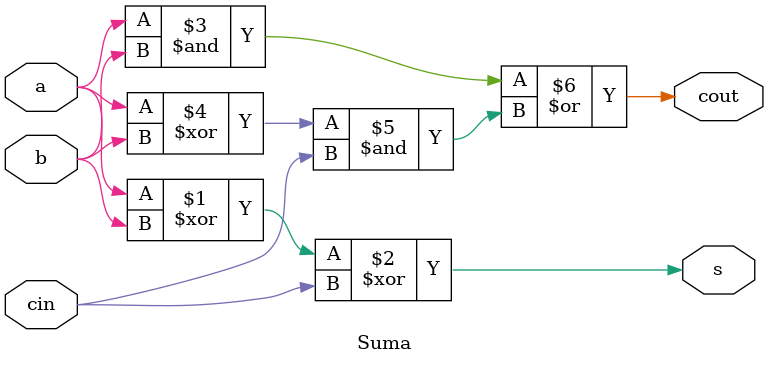
<source format=v>
`timescale 1ns / 1ps

module Sumador(S, Cout, A, B, Cin);
		
	 output [2:0] S;
    output Cout;
    input [2:0] A, B;
    input Cin;
    wire c1, c2;
	 
	 Suma Suma1(S[0], c1, A[0], B[0], Cin);
    Suma Suma2(S[1], c2, A[1], B[1], c1);
    Suma Suma3(S[2], Cout, A[2], B[2], c2);
	 

endmodule

module Suma(s, cout, a, b, cin);
    output s, cout;
    input a, b, cin;

 
    assign s = a ^ b ^ cin;
    assign cout = (a&b) | ((a^b)&cin);
 
endmodule

</source>
